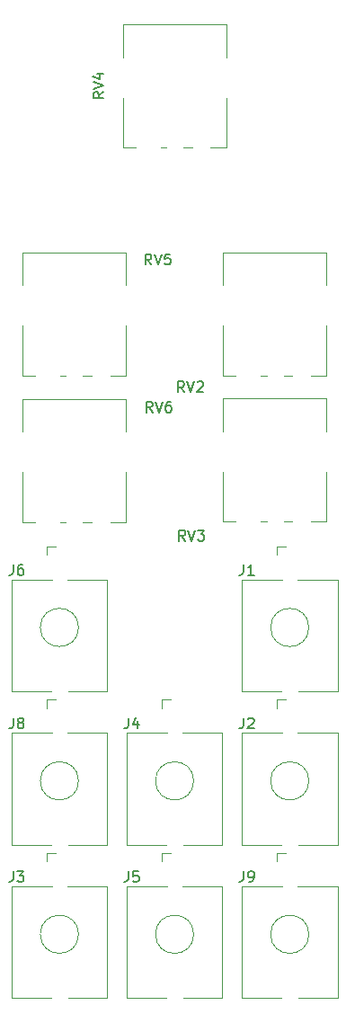
<source format=gbr>
%TF.GenerationSoftware,KiCad,Pcbnew,7.0.2-0*%
%TF.CreationDate,2023-10-10T18:06:45-05:00*%
%TF.ProjectId,Untitled,556e7469-746c-4656-942e-6b696361645f,rev?*%
%TF.SameCoordinates,Original*%
%TF.FileFunction,Legend,Top*%
%TF.FilePolarity,Positive*%
%FSLAX46Y46*%
G04 Gerber Fmt 4.6, Leading zero omitted, Abs format (unit mm)*
G04 Created by KiCad (PCBNEW 7.0.2-0) date 2023-10-10 18:06:45*
%MOMM*%
%LPD*%
G01*
G04 APERTURE LIST*
%ADD10C,0.150000*%
%ADD11C,0.120000*%
G04 APERTURE END LIST*
D10*
%TO.C,J4*%
X174286666Y-119192619D02*
X174286666Y-119906904D01*
X174286666Y-119906904D02*
X174239047Y-120049761D01*
X174239047Y-120049761D02*
X174143809Y-120145000D01*
X174143809Y-120145000D02*
X174000952Y-120192619D01*
X174000952Y-120192619D02*
X173905714Y-120192619D01*
X175191428Y-119525952D02*
X175191428Y-120192619D01*
X174953333Y-119145000D02*
X174715238Y-119859285D01*
X174715238Y-119859285D02*
X175334285Y-119859285D01*
%TO.C,J6*%
X163436666Y-104742619D02*
X163436666Y-105456904D01*
X163436666Y-105456904D02*
X163389047Y-105599761D01*
X163389047Y-105599761D02*
X163293809Y-105695000D01*
X163293809Y-105695000D02*
X163150952Y-105742619D01*
X163150952Y-105742619D02*
X163055714Y-105742619D01*
X164341428Y-104742619D02*
X164150952Y-104742619D01*
X164150952Y-104742619D02*
X164055714Y-104790238D01*
X164055714Y-104790238D02*
X164008095Y-104837857D01*
X164008095Y-104837857D02*
X163912857Y-104980714D01*
X163912857Y-104980714D02*
X163865238Y-105171190D01*
X163865238Y-105171190D02*
X163865238Y-105552142D01*
X163865238Y-105552142D02*
X163912857Y-105647380D01*
X163912857Y-105647380D02*
X163960476Y-105695000D01*
X163960476Y-105695000D02*
X164055714Y-105742619D01*
X164055714Y-105742619D02*
X164246190Y-105742619D01*
X164246190Y-105742619D02*
X164341428Y-105695000D01*
X164341428Y-105695000D02*
X164389047Y-105647380D01*
X164389047Y-105647380D02*
X164436666Y-105552142D01*
X164436666Y-105552142D02*
X164436666Y-105314047D01*
X164436666Y-105314047D02*
X164389047Y-105218809D01*
X164389047Y-105218809D02*
X164341428Y-105171190D01*
X164341428Y-105171190D02*
X164246190Y-105123571D01*
X164246190Y-105123571D02*
X164055714Y-105123571D01*
X164055714Y-105123571D02*
X163960476Y-105171190D01*
X163960476Y-105171190D02*
X163912857Y-105218809D01*
X163912857Y-105218809D02*
X163865238Y-105314047D01*
%TO.C,J1*%
X185136666Y-104742619D02*
X185136666Y-105456904D01*
X185136666Y-105456904D02*
X185089047Y-105599761D01*
X185089047Y-105599761D02*
X184993809Y-105695000D01*
X184993809Y-105695000D02*
X184850952Y-105742619D01*
X184850952Y-105742619D02*
X184755714Y-105742619D01*
X186136666Y-105742619D02*
X185565238Y-105742619D01*
X185850952Y-105742619D02*
X185850952Y-104742619D01*
X185850952Y-104742619D02*
X185755714Y-104885476D01*
X185755714Y-104885476D02*
X185660476Y-104980714D01*
X185660476Y-104980714D02*
X185565238Y-105028333D01*
%TO.C,RV6*%
X176554761Y-90412619D02*
X176221428Y-89936428D01*
X175983333Y-90412619D02*
X175983333Y-89412619D01*
X175983333Y-89412619D02*
X176364285Y-89412619D01*
X176364285Y-89412619D02*
X176459523Y-89460238D01*
X176459523Y-89460238D02*
X176507142Y-89507857D01*
X176507142Y-89507857D02*
X176554761Y-89603095D01*
X176554761Y-89603095D02*
X176554761Y-89745952D01*
X176554761Y-89745952D02*
X176507142Y-89841190D01*
X176507142Y-89841190D02*
X176459523Y-89888809D01*
X176459523Y-89888809D02*
X176364285Y-89936428D01*
X176364285Y-89936428D02*
X175983333Y-89936428D01*
X176840476Y-89412619D02*
X177173809Y-90412619D01*
X177173809Y-90412619D02*
X177507142Y-89412619D01*
X178269047Y-89412619D02*
X178078571Y-89412619D01*
X178078571Y-89412619D02*
X177983333Y-89460238D01*
X177983333Y-89460238D02*
X177935714Y-89507857D01*
X177935714Y-89507857D02*
X177840476Y-89650714D01*
X177840476Y-89650714D02*
X177792857Y-89841190D01*
X177792857Y-89841190D02*
X177792857Y-90222142D01*
X177792857Y-90222142D02*
X177840476Y-90317380D01*
X177840476Y-90317380D02*
X177888095Y-90365000D01*
X177888095Y-90365000D02*
X177983333Y-90412619D01*
X177983333Y-90412619D02*
X178173809Y-90412619D01*
X178173809Y-90412619D02*
X178269047Y-90365000D01*
X178269047Y-90365000D02*
X178316666Y-90317380D01*
X178316666Y-90317380D02*
X178364285Y-90222142D01*
X178364285Y-90222142D02*
X178364285Y-89984047D01*
X178364285Y-89984047D02*
X178316666Y-89888809D01*
X178316666Y-89888809D02*
X178269047Y-89841190D01*
X178269047Y-89841190D02*
X178173809Y-89793571D01*
X178173809Y-89793571D02*
X177983333Y-89793571D01*
X177983333Y-89793571D02*
X177888095Y-89841190D01*
X177888095Y-89841190D02*
X177840476Y-89888809D01*
X177840476Y-89888809D02*
X177792857Y-89984047D01*
%TO.C,J2*%
X185136666Y-119192619D02*
X185136666Y-119906904D01*
X185136666Y-119906904D02*
X185089047Y-120049761D01*
X185089047Y-120049761D02*
X184993809Y-120145000D01*
X184993809Y-120145000D02*
X184850952Y-120192619D01*
X184850952Y-120192619D02*
X184755714Y-120192619D01*
X185565238Y-119287857D02*
X185612857Y-119240238D01*
X185612857Y-119240238D02*
X185708095Y-119192619D01*
X185708095Y-119192619D02*
X185946190Y-119192619D01*
X185946190Y-119192619D02*
X186041428Y-119240238D01*
X186041428Y-119240238D02*
X186089047Y-119287857D01*
X186089047Y-119287857D02*
X186136666Y-119383095D01*
X186136666Y-119383095D02*
X186136666Y-119478333D01*
X186136666Y-119478333D02*
X186089047Y-119621190D01*
X186089047Y-119621190D02*
X185517619Y-120192619D01*
X185517619Y-120192619D02*
X186136666Y-120192619D01*
%TO.C,RV4*%
X171972619Y-60260238D02*
X171496428Y-60593571D01*
X171972619Y-60831666D02*
X170972619Y-60831666D01*
X170972619Y-60831666D02*
X170972619Y-60450714D01*
X170972619Y-60450714D02*
X171020238Y-60355476D01*
X171020238Y-60355476D02*
X171067857Y-60307857D01*
X171067857Y-60307857D02*
X171163095Y-60260238D01*
X171163095Y-60260238D02*
X171305952Y-60260238D01*
X171305952Y-60260238D02*
X171401190Y-60307857D01*
X171401190Y-60307857D02*
X171448809Y-60355476D01*
X171448809Y-60355476D02*
X171496428Y-60450714D01*
X171496428Y-60450714D02*
X171496428Y-60831666D01*
X170972619Y-59974523D02*
X171972619Y-59641190D01*
X171972619Y-59641190D02*
X170972619Y-59307857D01*
X171305952Y-58545952D02*
X171972619Y-58545952D01*
X170925000Y-58784047D02*
X171639285Y-59022142D01*
X171639285Y-59022142D02*
X171639285Y-58403095D01*
%TO.C,RV5*%
X176454761Y-76512619D02*
X176121428Y-76036428D01*
X175883333Y-76512619D02*
X175883333Y-75512619D01*
X175883333Y-75512619D02*
X176264285Y-75512619D01*
X176264285Y-75512619D02*
X176359523Y-75560238D01*
X176359523Y-75560238D02*
X176407142Y-75607857D01*
X176407142Y-75607857D02*
X176454761Y-75703095D01*
X176454761Y-75703095D02*
X176454761Y-75845952D01*
X176454761Y-75845952D02*
X176407142Y-75941190D01*
X176407142Y-75941190D02*
X176359523Y-75988809D01*
X176359523Y-75988809D02*
X176264285Y-76036428D01*
X176264285Y-76036428D02*
X175883333Y-76036428D01*
X176740476Y-75512619D02*
X177073809Y-76512619D01*
X177073809Y-76512619D02*
X177407142Y-75512619D01*
X178216666Y-75512619D02*
X177740476Y-75512619D01*
X177740476Y-75512619D02*
X177692857Y-75988809D01*
X177692857Y-75988809D02*
X177740476Y-75941190D01*
X177740476Y-75941190D02*
X177835714Y-75893571D01*
X177835714Y-75893571D02*
X178073809Y-75893571D01*
X178073809Y-75893571D02*
X178169047Y-75941190D01*
X178169047Y-75941190D02*
X178216666Y-75988809D01*
X178216666Y-75988809D02*
X178264285Y-76084047D01*
X178264285Y-76084047D02*
X178264285Y-76322142D01*
X178264285Y-76322142D02*
X178216666Y-76417380D01*
X178216666Y-76417380D02*
X178169047Y-76465000D01*
X178169047Y-76465000D02*
X178073809Y-76512619D01*
X178073809Y-76512619D02*
X177835714Y-76512619D01*
X177835714Y-76512619D02*
X177740476Y-76465000D01*
X177740476Y-76465000D02*
X177692857Y-76417380D01*
%TO.C,RV3*%
X179654761Y-102512619D02*
X179321428Y-102036428D01*
X179083333Y-102512619D02*
X179083333Y-101512619D01*
X179083333Y-101512619D02*
X179464285Y-101512619D01*
X179464285Y-101512619D02*
X179559523Y-101560238D01*
X179559523Y-101560238D02*
X179607142Y-101607857D01*
X179607142Y-101607857D02*
X179654761Y-101703095D01*
X179654761Y-101703095D02*
X179654761Y-101845952D01*
X179654761Y-101845952D02*
X179607142Y-101941190D01*
X179607142Y-101941190D02*
X179559523Y-101988809D01*
X179559523Y-101988809D02*
X179464285Y-102036428D01*
X179464285Y-102036428D02*
X179083333Y-102036428D01*
X179940476Y-101512619D02*
X180273809Y-102512619D01*
X180273809Y-102512619D02*
X180607142Y-101512619D01*
X180845238Y-101512619D02*
X181464285Y-101512619D01*
X181464285Y-101512619D02*
X181130952Y-101893571D01*
X181130952Y-101893571D02*
X181273809Y-101893571D01*
X181273809Y-101893571D02*
X181369047Y-101941190D01*
X181369047Y-101941190D02*
X181416666Y-101988809D01*
X181416666Y-101988809D02*
X181464285Y-102084047D01*
X181464285Y-102084047D02*
X181464285Y-102322142D01*
X181464285Y-102322142D02*
X181416666Y-102417380D01*
X181416666Y-102417380D02*
X181369047Y-102465000D01*
X181369047Y-102465000D02*
X181273809Y-102512619D01*
X181273809Y-102512619D02*
X180988095Y-102512619D01*
X180988095Y-102512619D02*
X180892857Y-102465000D01*
X180892857Y-102465000D02*
X180845238Y-102417380D01*
%TO.C,J3*%
X163436666Y-133642619D02*
X163436666Y-134356904D01*
X163436666Y-134356904D02*
X163389047Y-134499761D01*
X163389047Y-134499761D02*
X163293809Y-134595000D01*
X163293809Y-134595000D02*
X163150952Y-134642619D01*
X163150952Y-134642619D02*
X163055714Y-134642619D01*
X163817619Y-133642619D02*
X164436666Y-133642619D01*
X164436666Y-133642619D02*
X164103333Y-134023571D01*
X164103333Y-134023571D02*
X164246190Y-134023571D01*
X164246190Y-134023571D02*
X164341428Y-134071190D01*
X164341428Y-134071190D02*
X164389047Y-134118809D01*
X164389047Y-134118809D02*
X164436666Y-134214047D01*
X164436666Y-134214047D02*
X164436666Y-134452142D01*
X164436666Y-134452142D02*
X164389047Y-134547380D01*
X164389047Y-134547380D02*
X164341428Y-134595000D01*
X164341428Y-134595000D02*
X164246190Y-134642619D01*
X164246190Y-134642619D02*
X163960476Y-134642619D01*
X163960476Y-134642619D02*
X163865238Y-134595000D01*
X163865238Y-134595000D02*
X163817619Y-134547380D01*
%TO.C,J9*%
X185136666Y-133642619D02*
X185136666Y-134356904D01*
X185136666Y-134356904D02*
X185089047Y-134499761D01*
X185089047Y-134499761D02*
X184993809Y-134595000D01*
X184993809Y-134595000D02*
X184850952Y-134642619D01*
X184850952Y-134642619D02*
X184755714Y-134642619D01*
X185660476Y-134642619D02*
X185850952Y-134642619D01*
X185850952Y-134642619D02*
X185946190Y-134595000D01*
X185946190Y-134595000D02*
X185993809Y-134547380D01*
X185993809Y-134547380D02*
X186089047Y-134404523D01*
X186089047Y-134404523D02*
X186136666Y-134214047D01*
X186136666Y-134214047D02*
X186136666Y-133833095D01*
X186136666Y-133833095D02*
X186089047Y-133737857D01*
X186089047Y-133737857D02*
X186041428Y-133690238D01*
X186041428Y-133690238D02*
X185946190Y-133642619D01*
X185946190Y-133642619D02*
X185755714Y-133642619D01*
X185755714Y-133642619D02*
X185660476Y-133690238D01*
X185660476Y-133690238D02*
X185612857Y-133737857D01*
X185612857Y-133737857D02*
X185565238Y-133833095D01*
X185565238Y-133833095D02*
X185565238Y-134071190D01*
X185565238Y-134071190D02*
X185612857Y-134166428D01*
X185612857Y-134166428D02*
X185660476Y-134214047D01*
X185660476Y-134214047D02*
X185755714Y-134261666D01*
X185755714Y-134261666D02*
X185946190Y-134261666D01*
X185946190Y-134261666D02*
X186041428Y-134214047D01*
X186041428Y-134214047D02*
X186089047Y-134166428D01*
X186089047Y-134166428D02*
X186136666Y-134071190D01*
%TO.C,J5*%
X174286666Y-133642619D02*
X174286666Y-134356904D01*
X174286666Y-134356904D02*
X174239047Y-134499761D01*
X174239047Y-134499761D02*
X174143809Y-134595000D01*
X174143809Y-134595000D02*
X174000952Y-134642619D01*
X174000952Y-134642619D02*
X173905714Y-134642619D01*
X175239047Y-133642619D02*
X174762857Y-133642619D01*
X174762857Y-133642619D02*
X174715238Y-134118809D01*
X174715238Y-134118809D02*
X174762857Y-134071190D01*
X174762857Y-134071190D02*
X174858095Y-134023571D01*
X174858095Y-134023571D02*
X175096190Y-134023571D01*
X175096190Y-134023571D02*
X175191428Y-134071190D01*
X175191428Y-134071190D02*
X175239047Y-134118809D01*
X175239047Y-134118809D02*
X175286666Y-134214047D01*
X175286666Y-134214047D02*
X175286666Y-134452142D01*
X175286666Y-134452142D02*
X175239047Y-134547380D01*
X175239047Y-134547380D02*
X175191428Y-134595000D01*
X175191428Y-134595000D02*
X175096190Y-134642619D01*
X175096190Y-134642619D02*
X174858095Y-134642619D01*
X174858095Y-134642619D02*
X174762857Y-134595000D01*
X174762857Y-134595000D02*
X174715238Y-134547380D01*
%TO.C,J8*%
X163436666Y-119192619D02*
X163436666Y-119906904D01*
X163436666Y-119906904D02*
X163389047Y-120049761D01*
X163389047Y-120049761D02*
X163293809Y-120145000D01*
X163293809Y-120145000D02*
X163150952Y-120192619D01*
X163150952Y-120192619D02*
X163055714Y-120192619D01*
X164055714Y-119621190D02*
X163960476Y-119573571D01*
X163960476Y-119573571D02*
X163912857Y-119525952D01*
X163912857Y-119525952D02*
X163865238Y-119430714D01*
X163865238Y-119430714D02*
X163865238Y-119383095D01*
X163865238Y-119383095D02*
X163912857Y-119287857D01*
X163912857Y-119287857D02*
X163960476Y-119240238D01*
X163960476Y-119240238D02*
X164055714Y-119192619D01*
X164055714Y-119192619D02*
X164246190Y-119192619D01*
X164246190Y-119192619D02*
X164341428Y-119240238D01*
X164341428Y-119240238D02*
X164389047Y-119287857D01*
X164389047Y-119287857D02*
X164436666Y-119383095D01*
X164436666Y-119383095D02*
X164436666Y-119430714D01*
X164436666Y-119430714D02*
X164389047Y-119525952D01*
X164389047Y-119525952D02*
X164341428Y-119573571D01*
X164341428Y-119573571D02*
X164246190Y-119621190D01*
X164246190Y-119621190D02*
X164055714Y-119621190D01*
X164055714Y-119621190D02*
X163960476Y-119668809D01*
X163960476Y-119668809D02*
X163912857Y-119716428D01*
X163912857Y-119716428D02*
X163865238Y-119811666D01*
X163865238Y-119811666D02*
X163865238Y-120002142D01*
X163865238Y-120002142D02*
X163912857Y-120097380D01*
X163912857Y-120097380D02*
X163960476Y-120145000D01*
X163960476Y-120145000D02*
X164055714Y-120192619D01*
X164055714Y-120192619D02*
X164246190Y-120192619D01*
X164246190Y-120192619D02*
X164341428Y-120145000D01*
X164341428Y-120145000D02*
X164389047Y-120097380D01*
X164389047Y-120097380D02*
X164436666Y-120002142D01*
X164436666Y-120002142D02*
X164436666Y-119811666D01*
X164436666Y-119811666D02*
X164389047Y-119716428D01*
X164389047Y-119716428D02*
X164341428Y-119668809D01*
X164341428Y-119668809D02*
X164246190Y-119621190D01*
%TO.C,RV2*%
X179554761Y-88512619D02*
X179221428Y-88036428D01*
X178983333Y-88512619D02*
X178983333Y-87512619D01*
X178983333Y-87512619D02*
X179364285Y-87512619D01*
X179364285Y-87512619D02*
X179459523Y-87560238D01*
X179459523Y-87560238D02*
X179507142Y-87607857D01*
X179507142Y-87607857D02*
X179554761Y-87703095D01*
X179554761Y-87703095D02*
X179554761Y-87845952D01*
X179554761Y-87845952D02*
X179507142Y-87941190D01*
X179507142Y-87941190D02*
X179459523Y-87988809D01*
X179459523Y-87988809D02*
X179364285Y-88036428D01*
X179364285Y-88036428D02*
X178983333Y-88036428D01*
X179840476Y-87512619D02*
X180173809Y-88512619D01*
X180173809Y-88512619D02*
X180507142Y-87512619D01*
X180792857Y-87607857D02*
X180840476Y-87560238D01*
X180840476Y-87560238D02*
X180935714Y-87512619D01*
X180935714Y-87512619D02*
X181173809Y-87512619D01*
X181173809Y-87512619D02*
X181269047Y-87560238D01*
X181269047Y-87560238D02*
X181316666Y-87607857D01*
X181316666Y-87607857D02*
X181364285Y-87703095D01*
X181364285Y-87703095D02*
X181364285Y-87798333D01*
X181364285Y-87798333D02*
X181316666Y-87941190D01*
X181316666Y-87941190D02*
X180745238Y-88512619D01*
X180745238Y-88512619D02*
X181364285Y-88512619D01*
D11*
%TO.C,J4*%
X174150000Y-120630000D02*
X174150000Y-131130000D01*
X177420000Y-117480000D02*
X177420000Y-118280000D01*
X177420000Y-117480000D02*
X178280000Y-117480000D01*
X177850000Y-131130000D02*
X174150000Y-131130000D01*
X177930000Y-120630000D02*
X174150000Y-120630000D01*
X183150000Y-120630000D02*
X179370000Y-120630000D01*
X183150000Y-120630000D02*
X183150000Y-131130000D01*
X183150000Y-131130000D02*
X179450000Y-131130000D01*
X180450000Y-125130000D02*
G75*
G03*
X180450000Y-125130000I-1800000J0D01*
G01*
%TO.C,J6*%
X163300000Y-106180000D02*
X163300000Y-116680000D01*
X166570000Y-103030000D02*
X166570000Y-103830000D01*
X166570000Y-103030000D02*
X167430000Y-103030000D01*
X167000000Y-116680000D02*
X163300000Y-116680000D01*
X167080000Y-106180000D02*
X163300000Y-106180000D01*
X172300000Y-106180000D02*
X168520000Y-106180000D01*
X172300000Y-106180000D02*
X172300000Y-116680000D01*
X172300000Y-116680000D02*
X168600000Y-116680000D01*
X169600000Y-110680000D02*
G75*
G03*
X169600000Y-110680000I-1800000J0D01*
G01*
%TO.C,J1*%
X185000000Y-106180000D02*
X185000000Y-116680000D01*
X188270000Y-103030000D02*
X188270000Y-103830000D01*
X188270000Y-103030000D02*
X189130000Y-103030000D01*
X188700000Y-116680000D02*
X185000000Y-116680000D01*
X188780000Y-106180000D02*
X185000000Y-106180000D01*
X194000000Y-106180000D02*
X190220000Y-106180000D01*
X194000000Y-106180000D02*
X194000000Y-116680000D01*
X194000000Y-116680000D02*
X190300000Y-116680000D01*
X191300000Y-110680000D02*
G75*
G03*
X191300000Y-110680000I-1800000J0D01*
G01*
%TO.C,RV6*%
X164320000Y-100745000D02*
X164320000Y-96025000D01*
X165510000Y-100745000D02*
X164330000Y-100745000D01*
X168410000Y-100745000D02*
X167880000Y-100745000D01*
X170860000Y-100745000D02*
X170030000Y-100745000D01*
X174070000Y-100745000D02*
X172580000Y-100745000D01*
X174070000Y-100745000D02*
X174070000Y-96025000D01*
X164330000Y-92215000D02*
X164330000Y-89155000D01*
X174070000Y-92215000D02*
X174070000Y-89155000D01*
X174070000Y-89155000D02*
X164330000Y-89155000D01*
%TO.C,J2*%
X185000000Y-120630000D02*
X185000000Y-131130000D01*
X188270000Y-117480000D02*
X188270000Y-118280000D01*
X188270000Y-117480000D02*
X189130000Y-117480000D01*
X188700000Y-131130000D02*
X185000000Y-131130000D01*
X188780000Y-120630000D02*
X185000000Y-120630000D01*
X194000000Y-120630000D02*
X190220000Y-120630000D01*
X194000000Y-120630000D02*
X194000000Y-131130000D01*
X194000000Y-131130000D02*
X190300000Y-131130000D01*
X191300000Y-125130000D02*
G75*
G03*
X191300000Y-125130000I-1800000J0D01*
G01*
%TO.C,RV4*%
X173770000Y-65495000D02*
X173770000Y-60775000D01*
X174960000Y-65495000D02*
X173780000Y-65495000D01*
X177860000Y-65495000D02*
X177330000Y-65495000D01*
X180310000Y-65495000D02*
X179480000Y-65495000D01*
X183520000Y-65495000D02*
X182030000Y-65495000D01*
X183520000Y-65495000D02*
X183520000Y-60775000D01*
X173780000Y-56965000D02*
X173780000Y-53905000D01*
X183520000Y-56965000D02*
X183520000Y-53905000D01*
X183520000Y-53905000D02*
X173780000Y-53905000D01*
%TO.C,RV5*%
X164320000Y-86945000D02*
X164320000Y-82225000D01*
X165510000Y-86945000D02*
X164330000Y-86945000D01*
X168410000Y-86945000D02*
X167880000Y-86945000D01*
X170860000Y-86945000D02*
X170030000Y-86945000D01*
X174070000Y-86945000D02*
X172580000Y-86945000D01*
X174070000Y-86945000D02*
X174070000Y-82225000D01*
X164330000Y-78415000D02*
X164330000Y-75355000D01*
X174070000Y-78415000D02*
X174070000Y-75355000D01*
X174070000Y-75355000D02*
X164330000Y-75355000D01*
%TO.C,RV3*%
X183220000Y-100720000D02*
X183220000Y-96000000D01*
X184410000Y-100720000D02*
X183230000Y-100720000D01*
X187310000Y-100720000D02*
X186780000Y-100720000D01*
X189760000Y-100720000D02*
X188930000Y-100720000D01*
X192970000Y-100720000D02*
X191480000Y-100720000D01*
X192970000Y-100720000D02*
X192970000Y-96000000D01*
X183230000Y-92190000D02*
X183230000Y-89130000D01*
X192970000Y-92190000D02*
X192970000Y-89130000D01*
X192970000Y-89130000D02*
X183230000Y-89130000D01*
%TO.C,J3*%
X163300000Y-135080000D02*
X163300000Y-145580000D01*
X166570000Y-131930000D02*
X166570000Y-132730000D01*
X166570000Y-131930000D02*
X167430000Y-131930000D01*
X167000000Y-145580000D02*
X163300000Y-145580000D01*
X167080000Y-135080000D02*
X163300000Y-135080000D01*
X172300000Y-135080000D02*
X168520000Y-135080000D01*
X172300000Y-135080000D02*
X172300000Y-145580000D01*
X172300000Y-145580000D02*
X168600000Y-145580000D01*
X169600000Y-139580000D02*
G75*
G03*
X169600000Y-139580000I-1800000J0D01*
G01*
%TO.C,J9*%
X185000000Y-135080000D02*
X185000000Y-145580000D01*
X188270000Y-131930000D02*
X188270000Y-132730000D01*
X188270000Y-131930000D02*
X189130000Y-131930000D01*
X188700000Y-145580000D02*
X185000000Y-145580000D01*
X188780000Y-135080000D02*
X185000000Y-135080000D01*
X194000000Y-135080000D02*
X190220000Y-135080000D01*
X194000000Y-135080000D02*
X194000000Y-145580000D01*
X194000000Y-145580000D02*
X190300000Y-145580000D01*
X191300000Y-139580000D02*
G75*
G03*
X191300000Y-139580000I-1800000J0D01*
G01*
%TO.C,J5*%
X174150000Y-135080000D02*
X174150000Y-145580000D01*
X177420000Y-131930000D02*
X177420000Y-132730000D01*
X177420000Y-131930000D02*
X178280000Y-131930000D01*
X177850000Y-145580000D02*
X174150000Y-145580000D01*
X177930000Y-135080000D02*
X174150000Y-135080000D01*
X183150000Y-135080000D02*
X179370000Y-135080000D01*
X183150000Y-135080000D02*
X183150000Y-145580000D01*
X183150000Y-145580000D02*
X179450000Y-145580000D01*
X180450000Y-139580000D02*
G75*
G03*
X180450000Y-139580000I-1800000J0D01*
G01*
%TO.C,J8*%
X163300000Y-120630000D02*
X163300000Y-131130000D01*
X166570000Y-117480000D02*
X166570000Y-118280000D01*
X166570000Y-117480000D02*
X167430000Y-117480000D01*
X167000000Y-131130000D02*
X163300000Y-131130000D01*
X167080000Y-120630000D02*
X163300000Y-120630000D01*
X172300000Y-120630000D02*
X168520000Y-120630000D01*
X172300000Y-120630000D02*
X172300000Y-131130000D01*
X172300000Y-131130000D02*
X168600000Y-131130000D01*
X169600000Y-125130000D02*
G75*
G03*
X169600000Y-125130000I-1800000J0D01*
G01*
%TO.C,RV2*%
X183220000Y-86945000D02*
X183220000Y-82225000D01*
X184410000Y-86945000D02*
X183230000Y-86945000D01*
X187310000Y-86945000D02*
X186780000Y-86945000D01*
X189760000Y-86945000D02*
X188930000Y-86945000D01*
X192970000Y-86945000D02*
X191480000Y-86945000D01*
X192970000Y-86945000D02*
X192970000Y-82225000D01*
X183230000Y-78415000D02*
X183230000Y-75355000D01*
X192970000Y-78415000D02*
X192970000Y-75355000D01*
X192970000Y-75355000D02*
X183230000Y-75355000D01*
%TD*%
M02*

</source>
